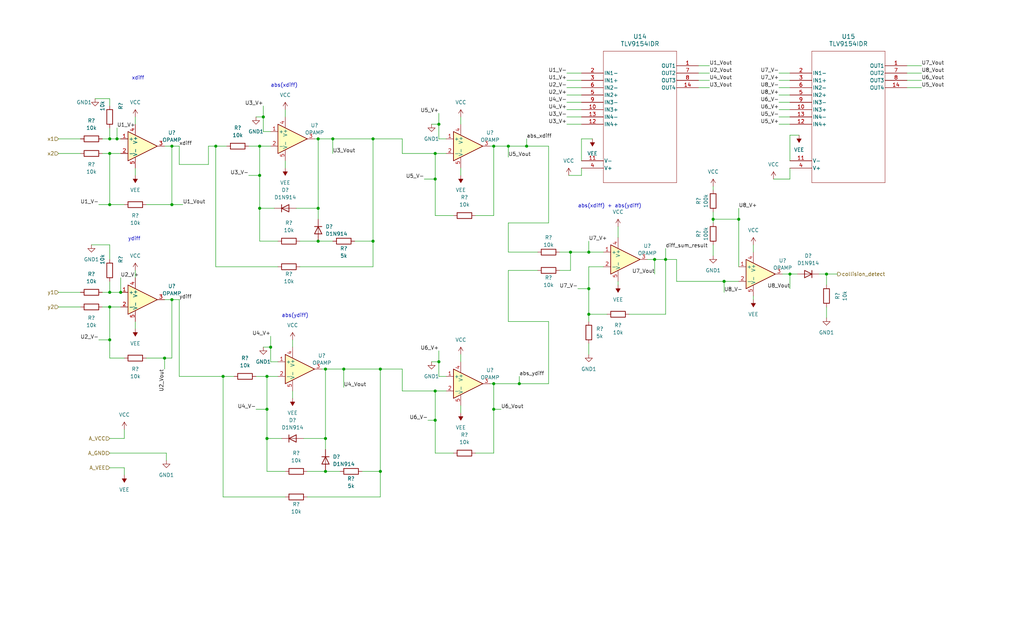
<source format=kicad_sch>
(kicad_sch (version 20230121) (generator eeschema)
  (paper "USLegal")
  (lib_symbols
    (symbol "Device:D" (pin_numbers hide) (pin_names (offset 1.016) hide)
      (property "Reference" "D" (at 0 2.54 0))
      (property "Value" "D" (at 0 -2.54 0))
      (symbol "D_0_1"
        (polyline (pts (xy -1.27 1.27) (xy -1.27 -1.27)) (stroke (width 0.254)))
        (polyline (pts (xy 1.27 0) (xy -1.27 0)))
        (polyline (pts (xy 1.27 1.27) (xy 1.27 -1.27) (xy -1.27 0) (xy 1.27 1.27)) (stroke (width 0.254)))
      )
      (symbol "D_1_1"
        (pin passive line (at -3.81 0 0) (length 2.54) (name "K") (number "1"))
        (pin passive line (at 3.81 0 180) (length 2.54) (name "A") (number "2"))
      )
    )
    (symbol "Device:R" (pin_numbers hide) (pin_names (offset 0))
      (property "Reference" "R" (at 2.032 0 90))
      (property "Value" "R" (at 0 0 90))
      (symbol "R_0_1"
        (rectangle (start -1.016 -2.54) (end 1.016 2.54) (stroke (width 0.254)))
      )
      (symbol "R_1_1"
        (pin passive line (at 0 3.81 270) (length 1.27) (name "~") (number "1"))
        (pin passive line (at 0 -3.81 90) (length 1.27) (name "~") (number "2"))
      )
    )
    (symbol "Simulation_SPICE:OPAMP" (pin_names (offset 0.254))
      (property "Reference" "U" (at 3.81 3.175 0))
      (property "Value" "OPAMP" (at 3.81 -3.175 0))
      (symbol "OPAMP_0_1"
        (polyline (pts (xy 5.08 0) (xy -5.08 5.08) (xy -5.08 -5.08) (xy 5.08 0)) (stroke (width 0.254)) (fill (type background)))
      )
      (symbol "OPAMP_1_1"
        (pin input line (at -7.62 2.54 0) (length 2.54) (name "+") (number "1"))
        (pin input line (at -7.62 -2.54 0) (length 2.54) (name "-") (number "2"))
        (pin output line (at 7.62 0 180) (length 2.54) (name "~") (number "3"))
        (pin power_in line (at -2.54 7.62 270) (length 3.81) (name "V+") (number "4"))
        (pin power_in line (at -2.54 -7.62 90) (length 3.81) (name "V-") (number "5"))
      )
    )
    (symbol "power:GND1" (power) (pin_names (offset 0))
      (property "Value" "GND1" (at 0 -3.81 0))
      (symbol "GND1_0_1"
        (polyline (pts (xy 0 0) (xy 0 -1.27) (xy 1.27 -1.27) (xy 0 -2.54) (xy -1.27 -1.27) (xy 0 -1.27)))
      )
      (symbol "GND1_1_1"
        (pin power_in line (at 0 0 270) (length 0) hide (name "GND1") (number "1"))
      )
    )
    (symbol "power:VCC" (power) (pin_names (offset 0))
      (property "Value" "VCC" (at 0 3.81 0))
      (symbol "VCC_0_1"
        (polyline (pts (xy -0.762 1.27) (xy 0 2.54)))
        (polyline (pts (xy 0 0) (xy 0 2.54)))
        (polyline (pts (xy 0 2.54) (xy 0.762 1.27)))
      )
      (symbol "VCC_1_1"
        (pin power_in line (at 0 0 90) (length 0) hide (name "VCC") (number "1"))
      )
    )
    (symbol "power:VEE" (power) (pin_names (offset 0))
      (property "Value" "VEE" (at 0 3.81 0))
      (symbol "VEE_0_1"
        (polyline (pts (xy 0 0) (xy 0 2.54)))
        (polyline (pts (xy 0.762 1.27) (xy -0.762 1.27) (xy 0 2.54) (xy 0.762 1.27)) (fill (type outline)))
      )
      (symbol "VEE_1_1"
        (pin power_in line (at 0 0 90) (length 0) hide (name "VEE") (number "1"))
      )
    )
    (symbol "switched-tag-symbol-lib:TLV9154IDR" (pin_names (offset 0.254))
      (property "Reference" "U" (at 20.32 12.7 0))
      (property "Value" "TLV9154IDR" (at 20.32 10.16 0))
      (symbol "TLV9154IDR_0_1"
        (polyline (pts (xy 7.62 -38.1) (xy 33.02 -38.1)) (stroke (width 0.127)))
        (polyline (pts (xy 7.62 7.62) (xy 7.62 -38.1)) (stroke (width 0.127)))
        (polyline (pts (xy 33.02 -38.1) (xy 33.02 7.62)) (stroke (width 0.127)))
        (polyline (pts (xy 33.02 7.62) (xy 7.62 7.62)) (stroke (width 0.127)))
        (pin output line (at 40.64 2.54 180) (length 7.62) (name "OUT1") (number "1"))
        (pin input line (at 0 -12.7 0) (length 7.62) (name "IN3+") (number "10"))
        (pin power_in line (at 0 -30.48 0) (length 7.62) (name "V-") (number "11"))
        (pin input line (at 0 -17.78 0) (length 7.62) (name "IN4+") (number "12"))
        (pin input line (at 0 -15.24 0) (length 7.62) (name "IN4-") (number "13"))
        (pin output line (at 40.64 -5.08 180) (length 7.62) (name "OUT4") (number "14"))
        (pin input line (at 0 0 0) (length 7.62) (name "IN1-") (number "2"))
        (pin input line (at 0 -2.54 0) (length 7.62) (name "IN1+") (number "3"))
        (pin power_in line (at 0 -33.02 0) (length 7.62) (name "V+") (number "4"))
        (pin input line (at 0 -7.62 0) (length 7.62) (name "IN2+") (number "5"))
        (pin input line (at 0 -5.08 0) (length 7.62) (name "IN2-") (number "6"))
        (pin output line (at 40.64 0 180) (length 7.62) (name "OUT2") (number "7"))
        (pin output line (at 40.64 -2.54 180) (length 7.62) (name "OUT3") (number "8"))
        (pin input line (at 0 -10.16 0) (length 7.62) (name "IN3-") (number "9"))
      )
    )
  )
  (junction (at 132.08 128.27))
  (junction (at 251.46 97.79))
  (junction (at 110.49 72.39))
  (junction (at 92.71 142.24))
  (junction (at 38.1 118.11))
  (junction (at 119.38 128.27))
  (junction (at 256.54 76.2))
  (junction (at 38.1 101.6))
  (junction (at 113.03 163.83))
  (junction (at 129.54 83.82))
  (junction (at 90.17 60.96))
  (junction (at 287.02 95.25))
  (junction (at 38.1 71.12))
  (junction (at 182.88 50.8))
  (junction (at 90.17 50.8))
  (junction (at 92.71 130.81))
  (junction (at 171.45 133.35))
  (junction (at 176.53 50.8))
  (junction (at 38.1 53.34))
  (junction (at 90.17 72.39))
  (junction (at 59.69 50.8))
  (junction (at 171.45 142.24))
  (junction (at 91.44 40.64))
  (junction (at 93.98 120.65))
  (junction (at 204.47 100.33))
  (junction (at 247.65 76.2))
  (junction (at 38.1 48.26))
  (junction (at 92.71 152.4))
  (junction (at 198.12 87.63))
  (junction (at 171.45 50.8))
  (junction (at 151.13 135.89))
  (junction (at 110.49 48.26))
  (junction (at 40.64 48.26))
  (junction (at 77.47 130.81))
  (junction (at 180.34 133.35))
  (junction (at 231.14 90.17))
  (junction (at 129.54 48.26))
  (junction (at 113.03 152.4))
  (junction (at 59.69 104.14))
  (junction (at 41.91 101.6))
  (junction (at 227.33 90.17))
  (junction (at 59.69 71.12))
  (junction (at 74.93 50.8))
  (junction (at 115.57 48.26))
  (junction (at 274.32 95.25))
  (junction (at 152.4 125.73))
  (junction (at 151.13 62.23))
  (junction (at 110.49 83.82))
  (junction (at 132.08 163.83))
  (junction (at 38.1 106.68))
  (junction (at 151.13 146.05))
  (junction (at 152.4 43.18))
  (junction (at 151.13 53.34))
  (junction (at 113.03 128.27))
  (junction (at 204.47 109.22))
  (junction (at 204.47 87.63))
  (junction (at 57.15 124.46))
  (wire (pts (xy 151.13 157.48) (xy 151.13 146.05)))
  (wire (pts (xy 20.32 48.26) (xy 27.94 48.26)))
  (wire (pts (xy 123.19 83.82) (xy 129.54 83.82)))
  (wire (pts (xy 180.34 133.35) (xy 190.5 133.35)))
  (wire (pts (xy 20.32 106.68) (xy 27.94 106.68)))
  (wire (pts (xy 57.15 104.14) (xy 59.69 104.14)))
  (wire (pts (xy 72.39 50.8) (xy 74.93 50.8)))
  (wire (pts (xy 287.02 95.25) (xy 290.83 95.25)))
  (wire (pts (xy 92.71 152.4) (xy 92.71 142.24)))
  (wire (pts (xy 274.32 46.99) (xy 277.495 46.99)))
  (wire (pts (xy 204.47 83.82) (xy 204.47 87.63)))
  (wire (pts (xy 43.18 124.46) (xy 38.1 124.46)))
  (wire (pts (xy 200.66 100.33) (xy 204.47 100.33)))
  (wire (pts (xy 152.4 130.81) (xy 154.94 130.81)))
  (wire (pts (xy 152.4 43.18) (xy 152.4 48.26)))
  (wire (pts (xy 171.45 133.35) (xy 171.45 142.24)))
  (wire (pts (xy 201.93 60.96) (xy 197.485 60.96)))
  (wire (pts (xy 171.45 50.8) (xy 176.53 50.8)))
  (wire (pts (xy 35.56 101.6) (xy 38.1 101.6)))
  (wire (pts (xy 139.7 48.26) (xy 129.54 48.26)))
  (wire (pts (xy 194.31 93.98) (xy 198.12 93.98)))
  (wire (pts (xy 74.93 50.8) (xy 78.74 50.8)))
  (wire (pts (xy 43.18 149.225) (xy 43.18 152.4)))
  (wire (pts (xy 110.49 48.26) (xy 110.49 72.39)))
  (wire (pts (xy 46.99 40.64) (xy 46.99 43.18)))
  (wire (pts (xy 35.56 48.26) (xy 38.1 48.26)))
  (wire (pts (xy 160.02 140.97) (xy 160.02 143.51)))
  (wire (pts (xy 247.65 64.77) (xy 247.65 66.04)))
  (wire (pts (xy 176.53 50.8) (xy 182.88 50.8)))
  (wire (pts (xy 234.95 97.79) (xy 234.95 90.17)))
  (wire (pts (xy 91.44 40.64) (xy 91.44 45.72)))
  (wire (pts (xy 314.96 27.94) (xy 320.04 27.94)))
  (wire (pts (xy 59.69 124.46) (xy 59.69 104.14)))
  (wire (pts (xy 176.53 93.98) (xy 186.69 93.98)))
  (wire (pts (xy 92.71 152.4) (xy 97.79 152.4)))
  (wire (pts (xy 110.49 72.39) (xy 110.49 76.2)))
  (wire (pts (xy 43.18 162.56) (xy 43.18 165.1)))
  (wire (pts (xy 151.13 62.23) (xy 151.13 53.34)))
  (wire (pts (xy 105.41 152.4) (xy 113.03 152.4)))
  (wire (pts (xy 50.8 71.12) (xy 59.69 71.12)))
  (wire (pts (xy 204.47 111.76) (xy 204.47 109.22)))
  (wire (pts (xy 314.96 25.4) (xy 320.04 25.4)))
  (wire (pts (xy 38.1 53.34) (xy 41.91 53.34)))
  (wire (pts (xy 59.69 71.12) (xy 63.5 71.12)))
  (wire (pts (xy 160.02 58.42) (xy 160.02 60.96)))
  (wire (pts (xy 57.15 50.8) (xy 59.69 50.8)))
  (wire (pts (xy 106.68 163.83) (xy 113.03 163.83)))
  (wire (pts (xy 247.65 76.2) (xy 256.54 76.2)))
  (wire (pts (xy 194.31 87.63) (xy 198.12 87.63)))
  (wire (pts (xy 190.5 111.76) (xy 176.53 111.76)))
  (wire (pts (xy 149.86 125.73) (xy 152.4 125.73)))
  (wire (pts (xy 41.91 96.52) (xy 41.91 101.6)))
  (wire (pts (xy 113.03 128.27) (xy 111.76 128.27)))
  (wire (pts (xy 242.57 30.48) (xy 246.38 30.48)))
  (wire (pts (xy 182.88 48.26) (xy 182.88 50.8)))
  (wire (pts (xy 160.02 123.19) (xy 160.02 125.73)))
  (wire (pts (xy 62.23 130.81) (xy 62.23 104.14)))
  (wire (pts (xy 139.7 135.89) (xy 139.7 128.27)))
  (wire (pts (xy 119.38 128.27) (xy 119.38 134.62)))
  (wire (pts (xy 214.63 78.74) (xy 214.63 82.55)))
  (wire (pts (xy 110.49 83.82) (xy 115.57 83.82)))
  (wire (pts (xy 270.51 33.02) (xy 274.32 33.02)))
  (wire (pts (xy 90.17 72.39) (xy 90.17 60.96)))
  (wire (pts (xy 62.23 50.8) (xy 62.23 57.15)))
  (wire (pts (xy 242.57 25.4) (xy 246.38 25.4)))
  (wire (pts (xy 50.8 124.46) (xy 57.15 124.46)))
  (wire (pts (xy 270.51 38.1) (xy 274.32 38.1)))
  (wire (pts (xy 35.56 106.68) (xy 38.1 106.68)))
  (wire (pts (xy 176.53 87.63) (xy 186.69 87.63)))
  (wire (pts (xy 196.85 33.02) (xy 201.93 33.02)))
  (wire (pts (xy 59.69 50.8) (xy 62.23 50.8)))
  (wire (pts (xy 132.08 163.83) (xy 132.08 172.72)))
  (wire (pts (xy 115.57 48.26) (xy 115.57 53.34)))
  (wire (pts (xy 129.54 48.26) (xy 129.54 83.82)))
  (wire (pts (xy 261.62 85.09) (xy 261.62 87.63)))
  (wire (pts (xy 148.59 146.05) (xy 151.13 146.05)))
  (wire (pts (xy 270.51 27.94) (xy 274.32 27.94)))
  (wire (pts (xy 38.1 48.26) (xy 38.1 44.45)))
  (wire (pts (xy 102.87 72.39) (xy 110.49 72.39)))
  (wire (pts (xy 227.33 90.17) (xy 231.14 90.17)))
  (wire (pts (xy 38.1 85.09) (xy 38.1 90.17)))
  (wire (pts (xy 196.85 27.94) (xy 201.93 27.94)))
  (wire (pts (xy 38.1 101.6) (xy 41.91 101.6)))
  (wire (pts (xy 247.65 85.09) (xy 247.65 88.9)))
  (wire (pts (xy 46.99 111.76) (xy 46.99 114.3)))
  (wire (pts (xy 57.15 124.46) (xy 59.69 124.46)))
  (wire (pts (xy 43.18 71.12) (xy 38.1 71.12)))
  (wire (pts (xy 256.54 92.71) (xy 256.54 76.2)))
  (wire (pts (xy 74.93 92.71) (xy 74.93 50.8)))
  (wire (pts (xy 139.7 53.34) (xy 139.7 48.26)))
  (wire (pts (xy 62.23 57.15) (xy 72.39 57.15)))
  (wire (pts (xy 99.06 172.72) (xy 77.47 172.72)))
  (wire (pts (xy 46.99 93.98) (xy 46.99 96.52)))
  (wire (pts (xy 38.1 36.83) (xy 38.1 34.29)))
  (wire (pts (xy 99.06 38.1) (xy 99.06 40.64)))
  (wire (pts (xy 270.51 35.56) (xy 274.32 35.56)))
  (wire (pts (xy 57.15 124.46) (xy 57.15 128.27)))
  (wire (pts (xy 171.45 133.35) (xy 170.18 133.35)))
  (wire (pts (xy 113.03 163.83) (xy 118.11 163.83)))
  (wire (pts (xy 96.52 83.82) (xy 90.17 83.82)))
  (wire (pts (xy 151.13 53.34) (xy 154.94 53.34)))
  (wire (pts (xy 251.46 97.79) (xy 234.95 97.79)))
  (wire (pts (xy 77.47 130.81) (xy 62.23 130.81)))
  (wire (pts (xy 38.1 162.56) (xy 43.18 162.56)))
  (wire (pts (xy 227.33 90.17) (xy 227.33 95.25)))
  (wire (pts (xy 314.96 30.48) (xy 320.04 30.48)))
  (wire (pts (xy 152.4 39.37) (xy 152.4 43.18)))
  (wire (pts (xy 38.1 101.6) (xy 38.1 97.79)))
  (wire (pts (xy 59.69 104.14) (xy 62.23 104.14)))
  (wire (pts (xy 38.1 118.11) (xy 38.1 124.46)))
  (wire (pts (xy 132.08 128.27) (xy 132.08 163.83)))
  (wire (pts (xy 38.1 152.4) (xy 43.18 152.4)))
  (wire (pts (xy 270.51 30.48) (xy 274.32 30.48)))
  (wire (pts (xy 104.14 92.71) (xy 129.54 92.71)))
  (wire (pts (xy 90.17 60.96) (xy 90.17 50.8)))
  (wire (pts (xy 247.65 76.2) (xy 247.65 77.47)))
  (wire (pts (xy 204.47 100.33) (xy 204.47 109.22)))
  (wire (pts (xy 38.1 157.48) (xy 57.785 157.48)))
  (wire (pts (xy 57.785 157.48) (xy 57.785 160.02)))
  (wire (pts (xy 91.44 45.72) (xy 93.98 45.72)))
  (wire (pts (xy 204.47 119.38) (xy 204.47 123.19)))
  (wire (pts (xy 119.38 128.27) (xy 132.08 128.27)))
  (wire (pts (xy 92.71 130.81) (xy 96.52 130.81)))
  (wire (pts (xy 93.98 120.65) (xy 93.98 125.73)))
  (wire (pts (xy 231.14 90.17) (xy 231.14 109.22)))
  (wire (pts (xy 201.93 48.26) (xy 201.93 55.88)))
  (wire (pts (xy 92.71 163.83) (xy 92.71 152.4)))
  (wire (pts (xy 176.53 77.47) (xy 176.53 87.63)))
  (wire (pts (xy 165.1 157.48) (xy 171.45 157.48)))
  (wire (pts (xy 38.1 85.09) (xy 31.75 85.09)))
  (wire (pts (xy 88.9 130.81) (xy 92.71 130.81)))
  (wire (pts (xy 176.53 93.98) (xy 176.53 111.76)))
  (wire (pts (xy 152.4 121.92) (xy 152.4 125.73)))
  (wire (pts (xy 99.06 55.88) (xy 99.06 58.42)))
  (wire (pts (xy 86.36 60.96) (xy 90.17 60.96)))
  (wire (pts (xy 110.49 48.26) (xy 115.57 48.26)))
  (wire (pts (xy 147.32 62.23) (xy 151.13 62.23)))
  (wire (pts (xy 99.06 163.83) (xy 92.71 163.83)))
  (wire (pts (xy 204.47 109.22) (xy 210.82 109.22)))
  (wire (pts (xy 242.57 27.94) (xy 246.38 27.94)))
  (wire (pts (xy 104.14 83.82) (xy 110.49 83.82)))
  (wire (pts (xy 152.4 125.73) (xy 152.4 130.81)))
  (wire (pts (xy 151.13 135.89) (xy 154.94 135.89)))
  (wire (pts (xy 261.62 102.87) (xy 261.62 104.14)))
  (wire (pts (xy 180.34 130.81) (xy 180.34 133.35)))
  (wire (pts (xy 35.56 53.34) (xy 38.1 53.34)))
  (wire (pts (xy 38.1 71.12) (xy 38.1 53.34)))
  (wire (pts (xy 231.14 86.36) (xy 231.14 90.17)))
  (wire (pts (xy 77.47 172.72) (xy 77.47 130.81)))
  (wire (pts (xy 287.02 106.68) (xy 287.02 110.49)))
  (wire (pts (xy 113.03 128.27) (xy 119.38 128.27)))
  (wire (pts (xy 198.12 87.63) (xy 204.47 87.63)))
  (wire (pts (xy 171.45 142.24) (xy 171.45 157.48)))
  (wire (pts (xy 93.98 116.84) (xy 93.98 120.65)))
  (wire (pts (xy 171.45 142.24) (xy 173.99 142.24)))
  (wire (pts (xy 151.13 146.05) (xy 151.13 135.89)))
  (wire (pts (xy 196.85 38.1) (xy 201.93 38.1)))
  (wire (pts (xy 40.64 44.45) (xy 40.64 48.26)))
  (wire (pts (xy 198.12 93.98) (xy 198.12 87.63)))
  (wire (pts (xy 242.57 22.86) (xy 246.38 22.86)))
  (wire (pts (xy 270.51 43.18) (xy 274.32 43.18)))
  (wire (pts (xy 190.5 50.8) (xy 190.5 77.47)))
  (wire (pts (xy 204.47 87.63) (xy 209.55 87.63)))
  (wire (pts (xy 190.5 133.35) (xy 190.5 111.76)))
  (wire (pts (xy 196.85 35.56) (xy 201.93 35.56)))
  (wire (pts (xy 182.88 50.8) (xy 190.5 50.8)))
  (wire (pts (xy 274.32 95.25) (xy 274.32 100.33)))
  (wire (pts (xy 274.32 95.25) (xy 276.86 95.25)))
  (wire (pts (xy 91.44 120.65) (xy 93.98 120.65)))
  (wire (pts (xy 214.63 97.79) (xy 214.63 99.06)))
  (wire (pts (xy 171.45 50.8) (xy 171.45 74.93)))
  (wire (pts (xy 96.52 92.71) (xy 74.93 92.71)))
  (wire (pts (xy 46.99 58.42) (xy 46.99 60.96)))
  (wire (pts (xy 256.54 72.39) (xy 256.54 76.2)))
  (wire (pts (xy 224.79 90.17) (xy 227.33 90.17)))
  (wire (pts (xy 129.54 83.82) (xy 129.54 92.71)))
  (wire (pts (xy 196.85 43.18) (xy 201.93 43.18)))
  (wire (pts (xy 171.45 50.8) (xy 170.18 50.8)))
  (wire (pts (xy 151.13 135.89) (xy 139.7 135.89)))
  (wire (pts (xy 176.53 50.8) (xy 176.53 54.61)))
  (wire (pts (xy 165.1 74.93) (xy 171.45 74.93)))
  (wire (pts (xy 274.32 55.88) (xy 274.32 46.99)))
  (wire (pts (xy 201.93 58.42) (xy 201.93 60.96)))
  (wire (pts (xy 151.13 157.48) (xy 157.48 157.48)))
  (wire (pts (xy 106.68 172.72) (xy 132.08 172.72)))
  (wire (pts (xy 38.1 106.68) (xy 38.1 118.11)))
  (wire (pts (xy 38.1 106.68) (xy 41.91 106.68)))
  (wire (pts (xy 115.57 48.26) (xy 129.54 48.26)))
  (wire (pts (xy 251.46 97.79) (xy 251.46 101.6)))
  (wire (pts (xy 34.29 118.11) (xy 38.1 118.11)))
  (wire (pts (xy 149.86 43.18) (xy 152.4 43.18)))
  (wire (pts (xy 33.02 34.29) (xy 38.1 34.29)))
  (wire (pts (xy 274.32 62.23) (xy 268.605 62.23)))
  (wire (pts (xy 88.9 142.24) (xy 92.71 142.24)))
  (wire (pts (xy 151.13 53.34) (xy 139.7 53.34)))
  (wire (pts (xy 20.32 53.34) (xy 27.94 53.34)))
  (wire (pts (xy 38.1 48.26) (xy 40.64 48.26)))
  (wire (pts (xy 86.36 50.8) (xy 90.17 50.8)))
  (wire (pts (xy 20.32 101.6) (xy 27.94 101.6)))
  (wire (pts (xy 110.49 48.26) (xy 109.22 48.26)))
  (wire (pts (xy 72.39 57.15) (xy 72.39 50.8)))
  (wire (pts (xy 190.5 77.47) (xy 176.53 77.47)))
  (wire (pts (xy 287.02 95.25) (xy 287.02 99.06)))
  (wire (pts (xy 139.7 128.27) (xy 132.08 128.27)))
  (wire (pts (xy 88.9 40.64) (xy 91.44 40.64)))
  (wire (pts (xy 40.64 48.26) (xy 41.91 48.26)))
  (wire (pts (xy 274.32 58.42) (xy 274.32 62.23)))
  (wire (pts (xy 101.6 118.11) (xy 101.6 120.65)))
  (wire (pts (xy 151.13 74.93) (xy 151.13 62.23)))
  (wire (pts (xy 205.74 48.26) (xy 201.93 48.26)))
  (wire (pts (xy 171.45 133.35) (xy 180.34 133.35)))
  (wire (pts (xy 91.44 36.83) (xy 91.44 40.64)))
  (wire (pts (xy 247.65 73.66) (xy 247.65 76.2)))
  (wire (pts (xy 270.51 25.4) (xy 274.32 25.4)))
  (wire (pts (xy 270.51 40.64) (xy 274.32 40.64)))
  (wire (pts (xy 92.71 142.24) (xy 92.71 130.81)))
  (wire (pts (xy 90.17 83.82) (xy 90.17 72.39)))
  (wire (pts (xy 160.02 40.64) (xy 160.02 43.18)))
  (wire (pts (xy 113.03 128.27) (xy 113.03 152.4)))
  (wire (pts (xy 152.4 48.26) (xy 154.94 48.26)))
  (wire (pts (xy 90.17 50.8) (xy 93.98 50.8)))
  (wire (pts (xy 77.47 130.81) (xy 81.28 130.81)))
  (wire (pts (xy 204.47 92.71) (xy 204.47 100.33)))
  (wire (pts (xy 34.29 71.12) (xy 38.1 71.12)))
  (wire (pts (xy 151.13 74.93) (xy 157.48 74.93)))
  (wire (pts (xy 90.17 72.39) (xy 95.25 72.39)))
  (wire (pts (xy 196.85 40.64) (xy 201.93 40.64)))
  (wire (pts (xy 284.48 95.25) (xy 287.02 95.25)))
  (wire (pts (xy 196.85 25.4) (xy 201.93 25.4)))
  (wire (pts (xy 59.69 71.12) (xy 59.69 50.8)))
  (wire (pts (xy 93.98 125.73) (xy 96.52 125.73)))
  (wire (pts (xy 113.03 152.4) (xy 113.03 156.21)))
  (wire (pts (xy 196.85 30.48) (xy 201.93 30.48)))
  (wire (pts (xy 231.14 90.17) (xy 234.95 90.17)))
  (wire (pts (xy 256.54 97.79) (xy 251.46 97.79)))
  (wire (pts (xy 231.14 109.22) (xy 218.44 109.22)))
  (wire (pts (xy 125.73 163.83) (xy 132.08 163.83)))
  (wire (pts (xy 209.55 92.71) (xy 204.47 92.71)))
  (wire (pts (xy 314.96 22.86) (xy 320.04 22.86)))
  (wire (pts (xy 101.6 135.89) (xy 101.6 138.43)))
  (wire (pts (xy 271.78 95.25) (xy 274.32 95.25)))
  (text "xdiff" (at 45.72 27.94 0) (effects (font (size 1.27 1.27)) (justify left bottom)))
  (text "ydiff" (at 44.45 83.82 0) (effects (font (size 1.27 1.27)) (justify left bottom)))
  (text "abs(xdiff) + abs(ydiff)" (at 200.66 72.39 0) (effects (font (size 1.27 1.27)) (justify left bottom)))
  (text "abs(xdiff)\n" (at 93.98 30.48 0) (effects (font (size 1.27 1.27)) (justify left bottom)))
  (text "abs(ydiff)\n" (at 97.79 110.49 0) (effects (font (size 1.27 1.27)) (justify left bottom)))
  (label "U7_V-" (at 270.51 25.4 180))
  (label "U8_V+" (at 256.54 72.39 0))
  (label "U3_V-" (at 86.36 60.96 180))
  (label "U8_V-" (at 251.46 101.6 0))
  (label "U4_V+" (at 93.98 116.84 180))
  (label "U1_Vout" (at 63.5 71.12 0))
  (label "U8_Vout" (at 320.04 25.4 0))
  (label "xdiff" (at 62.23 50.8 0))
  (label "U5_Vout" (at 176.53 54.61 0))
  (label "U6_V-" (at 270.51 35.56 180))
  (label "U6_V-" (at 148.59 146.05 180))
  (label "U3_V-" (at 196.85 40.64 180))
  (label "U3_V+" (at 196.85 43.18 180))
  (label "U5_V+" (at 152.4 39.37 180))
  (label "U1_V+" (at 196.85 27.94 180))
  (label "U2_V+" (at 41.91 96.52 0))
  (label "U8_V+" (at 270.51 33.02 180))
  (label "U3_Vout" (at 246.38 30.48 0))
  (label "U7_V+" (at 270.51 27.94 180))
  (label "U5_V+" (at 270.51 43.18 180))
  (label "U1_V+" (at 40.64 44.45 0))
  (label "U2_Vout" (at 57.15 128.27 270))
  (label "U7_V-" (at 200.66 100.33 180))
  (label "U7_V+" (at 204.47 83.82 0))
  (label "U2_Vout" (at 246.38 25.4 0))
  (label "ydiff" (at 62.23 104.14 0))
  (label "U5_Vout" (at 320.04 30.48 0))
  (label "U7_Vout" (at 227.33 95.25 180))
  (label "diff_sum_result" (at 231.14 86.36 0))
  (label "U6_V+" (at 270.51 38.1 180))
  (label "U3_V+" (at 91.44 36.83 180))
  (label "U1_V-" (at 34.29 71.12 180))
  (label "U6_V+" (at 152.4 121.92 180))
  (label "U6_Vout" (at 320.04 27.94 0))
  (label "U5_V-" (at 270.51 40.64 180))
  (label "U6_Vout" (at 173.99 142.24 0))
  (label "U4_Vout" (at 246.38 27.94 0))
  (label "U5_V-" (at 147.32 62.23 180))
  (label "U4_V+" (at 196.85 38.1 180))
  (label "U4_Vout" (at 119.38 134.62 0))
  (label "U2_V+" (at 196.85 33.02 180))
  (label "U8_Vout" (at 274.32 100.33 180))
  (label "U8_V-" (at 270.51 30.48 180))
  (label "U4_V-" (at 196.85 35.56 180))
  (label "U2_V-" (at 196.85 30.48 180))
  (label "U2_V-" (at 34.29 118.11 180))
  (label "U3_Vout" (at 115.57 53.34 0))
  (label "abs_xdiff" (at 182.88 48.26 0))
  (label "U7_Vout" (at 320.04 22.86 0))
  (label "abs_ydiff" (at 180.34 130.81 0))
  (label "U1_Vout" (at 246.38 22.86 0))
  (label "U4_V-" (at 88.9 142.24 180))
  (label "U1_V-" (at 196.85 25.4 180))
  (hierarchical_label "A_VEE" (shape input) (at 38.1 162.56 180))
  (hierarchical_label "x2" (shape input) (at 20.32 53.34 180))
  (hierarchical_label "A_VCC" (shape input) (at 38.1 152.4 180))
  (hierarchical_label "A_GND" (shape input) (at 38.1 157.48 180))
  (hierarchical_label "x1" (shape input) (at 20.32 48.26 180))
  (hierarchical_label "collision_detect" (shape output) (at 290.83 95.25 0))
  (hierarchical_label "y2" (shape input) (at 20.32 106.68 180))
  (hierarchical_label "y1" (shape input) (at 20.32 101.6 180))
  (symbol (lib_id "power:VEE") (at 101.6 138.43 180) (unit 1)
    (property "Reference" "#PWR?" (effects hide))
    (property "Value" "VEE" (at 101.6 143.51 0))
    (instances (project "" (path "" (reference "#PWR?") (unit 1))) (project "switched-tag-circuit-kicad" (path "" (reference "#PWR031") (unit 1))))
  )
  (symbol (lib_id "Device:R") (at 214.63 109.22 90) (unit 1)
    (property "Reference" "R?" (at 214.63 113.03 90))
    (property "Value" "10k" (at 214.63 115.57 90))
    (property "Footprint" "Resistor_SMD:R_0603_1608Metric" (effects hide))
    (instances (project "" (path "" (reference "R?") (unit 1))) (project "switched-tag-circuit-kicad" (path "" (reference "R22") (unit 1))))
  )
  (symbol (lib_id "Device:R") (at 119.38 83.82 270) (unit 1)
    (property "Reference" "R?" (at 119.38 86.36 90))
    (property "Value" "5k" (at 119.38 88.9 90))
    (property "Footprint" "Resistor_SMD:R_0603_1608Metric" (effects hide))
    (instances (project "" (path "" (reference "R?") (unit 1))) (project "switched-tag-circuit-kicad" (path "" (reference "R15") (unit 1))))
  )
  (symbol (lib_id "power:VCC") (at 46.99 40.64 0) (unit 1)
    (property "Reference" "#PWR?" (effects hide))
    (property "Value" "VCC" (at 46.99 35.56 0))
    (instances (project "" (path "" (reference "#PWR?") (unit 1))) (project "switched-tag-circuit-kicad" (path "" (reference "#PWR020") (unit 1))))
  )
  (symbol (lib_id "Simulation_SPICE:OPAMP") (at 162.56 50.8 0) (unit 1) (in_bom no) (on_board no)
    (property "Reference" "U?" (at 170.18 46.101 0))
    (property "Value" "OPAMP" (at 170.18 48.641 0))
    (property "Sim.Device" "SUBCKT" (effects hide))
    (property "Sim.Pins" "1=1 2=2 3=28 4=99 5=50" (effects hide))
    (property "Sim.Library" "${SPICE_MODEL_DIR_REL}/Lm358.lib" (effects hide))
    (property "Sim.Name" "LM358/NS" (effects hide))
    (instances (project "" (path "" (reference "U?") (unit 1))) (project "switched-tag-circuit-kicad" (path "" (reference "U5") (unit 1))))
  )
  (symbol (lib_id "Device:R") (at 102.87 172.72 90) (unit 1)
    (property "Reference" "R?" (at 102.87 175.26 90))
    (property "Value" "10k" (at 102.87 177.8 90))
    (property "Footprint" "Resistor_SMD:R_0603_1608Metric" (effects hide))
    (instances (project "" (path "" (reference "R?") (unit 1))) (project "switched-tag-circuit-kicad" (path "" (reference "R14") (unit 1))))
  )
  (symbol (lib_id "Device:R") (at 190.5 93.98 90) (unit 1)
    (property "Reference" "R?" (at 190.5 96.52 90))
    (property "Value" "10k" (at 190.5 99.06 90))
    (property "Footprint" "Resistor_SMD:R_0603_1608Metric" (effects hide))
    (instances (project "" (path "" (reference "R?") (unit 1))) (project "switched-tag-circuit-kicad" (path "" (reference "R20") (unit 1))))
  )
  (symbol (lib_id "Simulation_SPICE:OPAMP") (at 217.17 90.17 0) (unit 1) (in_bom no) (on_board no)
    (property "Reference" "U?" (at 224.79 85.471 0))
    (property "Value" "OPAMP" (at 224.79 88.011 0))
    (property "Sim.Device" "SUBCKT" (effects hide))
    (property "Sim.Pins" "1=1 2=2 3=28 4=99 5=50" (effects hide))
    (property "Sim.Library" "${SPICE_MODEL_DIR_REL}/Lm358.lib" (effects hide))
    (property "Sim.Name" "LM358/NS" (effects hide))
    (instances (project "" (path "" (reference "U?") (unit 1))) (project "switched-tag-circuit-kicad" (path "" (reference "U7") (unit 1))))
  )
  (symbol (lib_id "power:VCC") (at 99.06 38.1 0) (unit 1)
    (property "Reference" "#PWR?" (effects hide))
    (property "Value" "VCC" (at 99.06 33.02 0))
    (instances (project "" (path "" (reference "#PWR?") (unit 1))) (project "switched-tag-circuit-kicad" (path "" (reference "#PWR028") (unit 1))))
  )
  (symbol (lib_id "Simulation_SPICE:OPAMP") (at 101.6 48.26 0) (unit 1) (in_bom no) (on_board no)
    (property "Reference" "U?" (at 109.22 43.561 0))
    (property "Value" "OPAMP" (at 109.22 46.101 0))
    (property "Sim.Device" "SUBCKT" (effects hide))
    (property "Sim.Pins" "1=1 2=2 3=28 4=99 5=50" (effects hide))
    (property "Sim.Library" "${SPICE_MODEL_DIR_REL}/Lm358.lib" (effects hide))
    (property "Sim.Name" "LM358/NS" (effects hide))
    (instances (project "" (path "" (reference "U?") (unit 1))) (project "switched-tag-circuit-kicad" (path "" (reference "U3") (unit 1))))
  )
  (symbol (lib_id "power:GND1") (at 149.86 43.18 0) (unit 1)
    (property "Reference" "#PWR?" (effects hide))
    (property "Value" "GND1" (at 149.86 48.26 0))
    (instances (project "" (path "" (reference "#PWR?") (unit 1))) (project "switched-tag-circuit-kicad" (path "" (reference "#PWR032") (unit 1))))
  )
  (symbol (lib_id "Simulation_SPICE:OPAMP") (at 104.14 128.27 0) (unit 1) (in_bom no) (on_board no)
    (property "Reference" "U?" (at 111.76 123.571 0))
    (property "Value" "OPAMP" (at 111.76 126.111 0))
    (property "Sim.Device" "SUBCKT" (effects hide))
    (property "Sim.Pins" "1=1 2=2 3=28 4=99 5=50" (effects hide))
    (property "Sim.Library" "${SPICE_MODEL_DIR_REL}/Lm358.lib" (effects hide))
    (property "Sim.Name" "LM358/NS" (effects hide))
    (instances (project "" (path "" (reference "U?") (unit 1))) (project "switched-tag-circuit-kicad" (path "" (reference "U4") (unit 1))))
  )
  (symbol (lib_id "power:VEE") (at 160.02 143.51 180) (unit 1)
    (property "Reference" "#PWR?" (effects hide))
    (property "Value" "VEE" (at 160.02 148.59 0))
    (instances (project "" (path "" (reference "#PWR?") (unit 1))) (project "switched-tag-circuit-kicad" (path "" (reference "#PWR037") (unit 1))))
  )
  (symbol (lib_id "power:VEE") (at 46.99 114.3 180) (unit 1)
    (property "Reference" "#PWR?" (effects hide))
    (property "Value" "VEE" (at 46.99 119.38 0))
    (instances (project "" (path "" (reference "#PWR?") (unit 1))) (project "switched-tag-circuit-kicad" (path "" (reference "#PWR023") (unit 1))))
  )
  (symbol (lib_id "Simulation_SPICE:OPAMP") (at 49.53 104.14 0) (unit 1) (in_bom no) (on_board no)
    (property "Reference" "U?" (at 59.69 99.441 0))
    (property "Value" "OPAMP" (at 59.69 101.981 0))
    (property "Sim.Device" "SUBCKT" (effects hide))
    (property "Sim.Pins" "1=1 2=2 3=28 4=99 5=50" (effects hide))
    (property "Sim.Library" "${SPICE_MODEL_DIR_REL}/Lm358.lib" (effects hide))
    (property "Sim.Name" "LM358/NS" (effects hide))
    (instances (project "" (path "" (reference "U?") (unit 1))) (project "switched-tag-circuit-kicad" (path "" (reference "U2") (unit 1))))
  )
  (symbol (lib_id "power:VCC") (at 160.02 123.19 0) (unit 1)
    (property "Reference" "#PWR?" (effects hide))
    (property "Value" "VCC" (at 160.02 118.11 0))
    (instances (project "" (path "" (reference "#PWR?") (unit 1))) (project "switched-tag-circuit-kicad" (path "" (reference "#PWR036") (unit 1))))
  )
  (symbol (lib_id "power:GND1") (at 31.75 85.09 0) (unit 1)
    (property "Reference" "#PWR?" (effects hide))
    (property "Value" "GND1" (at 31.75 90.17 0))
    (instances (project "" (path "" (reference "#PWR?") (unit 1))) (project "switched-tag-circuit-kicad" (path "" (reference "#PWR068") (unit 1))))
  )
  (symbol (lib_id "power:VCC") (at 214.63 78.74 0) (unit 1)
    (property "Reference" "#PWR?" (effects hide))
    (property "Value" "VCC" (at 214.63 73.66 0))
    (instances (project "" (path "" (reference "#PWR?") (unit 1))) (project "switched-tag-circuit-kicad" (path "" (reference "#PWR039") (unit 1))))
  )
  (symbol (lib_id "power:VCC") (at 43.18 149.225 0) (unit 1)
    (property "Reference" "#PWR?" (effects hide))
    (property "Value" "VCC" (at 43.18 144.145 0))
    (instances (project "" (path "" (reference "#PWR?") (unit 1))) (project "switched-tag-circuit-kicad" (path "" (reference "#PWR024") (unit 1))))
  )
  (symbol (lib_id "Device:R") (at 46.99 71.12 90) (unit 1)
    (property "Reference" "R?" (at 46.99 74.93 90))
    (property "Value" "10k" (at 46.99 77.47 90))
    (property "Footprint" "Resistor_SMD:R_0603_1608Metric" (effects hide))
    (instances (project "" (path "" (reference "R?") (unit 1))) (project "switched-tag-circuit-kicad" (path "" (reference "R7") (unit 1))))
  )
  (symbol (lib_id "power:VEE") (at 160.02 60.96 180) (unit 1)
    (property "Reference" "#PWR?" (effects hide))
    (property "Value" "VEE" (at 160.02 66.04 0))
    (instances (project "" (path "" (reference "#PWR?") (unit 1))) (project "switched-tag-circuit-kicad" (path "" (reference "#PWR035") (unit 1))))
  )
  (symbol (lib_id "power:VEE") (at 205.74 48.26 180) (unit 1)
    (property "Reference" "#PWR?" (effects hide))
    (property "Value" "VEE" (at 205.74 53.34 0))
    (instances (project "" (path "" (reference "#PWR?") (unit 1))) (project "switched-tag-circuit-kicad" (path "" (reference "#PWR070") (unit 1))))
  )
  (symbol (lib_id "power:GND1") (at 204.47 123.19 0) (unit 1)
    (property "Reference" "#PWR?" (effects hide))
    (property "Value" "GND1" (at 204.47 128.27 0))
    (instances (project "" (path "" (reference "#PWR?") (unit 1))) (project "switched-tag-circuit-kicad" (path "" (reference "#PWR038") (unit 1))))
  )
  (symbol (lib_id "Device:R") (at 46.99 124.46 90) (unit 1)
    (property "Reference" "R?" (at 46.99 128.27 90))
    (property "Value" "10k" (at 46.99 130.81 90))
    (property "Footprint" "Resistor_SMD:R_0603_1608Metric" (effects hide))
    (instances (project "" (path "" (reference "R?") (unit 1))) (project "switched-tag-circuit-kicad" (path "" (reference "R8") (unit 1))))
  )
  (symbol (lib_id "power:VCC") (at 247.65 64.77 0) (unit 1)
    (property "Reference" "#PWR?" (effects hide))
    (property "Value" "VCC" (at 247.65 59.69 0))
    (instances (project "" (path "" (reference "#PWR?") (unit 1))) (project "switched-tag-circuit-kicad" (path "" (reference "#PWR041") (unit 1))))
  )
  (symbol (lib_id "Device:R") (at 100.33 92.71 90) (unit 1)
    (property "Reference" "R?" (at 100.33 95.25 90))
    (property "Value" "10k" (at 100.33 97.79 90))
    (property "Footprint" "Resistor_SMD:R_0603_1608Metric" (effects hide))
    (instances (project "" (path "" (reference "R?") (unit 1))) (project "switched-tag-circuit-kicad" (path "" (reference "R12") (unit 1))))
  )
  (symbol (lib_id "power:VCC") (at 101.6 118.11 0) (unit 1)
    (property "Reference" "#PWR?" (effects hide))
    (property "Value" "VCC" (at 101.6 113.03 0))
    (instances (project "" (path "" (reference "#PWR?") (unit 1))) (project "switched-tag-circuit-kicad" (path "" (reference "#PWR030") (unit 1))))
  )
  (symbol (lib_id "Device:R") (at 121.92 163.83 270) (unit 1)
    (property "Reference" "R?" (at 121.92 166.37 90))
    (property "Value" "5k" (at 121.92 168.91 90))
    (property "Footprint" "Resistor_SMD:R_0603_1608Metric" (effects hide))
    (instances (project "" (path "" (reference "R?") (unit 1))) (project "switched-tag-circuit-kicad" (path "" (reference "R16") (unit 1))))
  )
  (symbol (lib_id "Device:R") (at 100.33 83.82 90) (unit 1)
    (property "Reference" "R?" (at 100.33 77.47 90))
    (property "Value" "10k" (at 100.33 80.01 90))
    (property "Footprint" "Resistor_SMD:R_0603_1608Metric" (effects hide))
    (instances (project "" (path "" (reference "R?") (unit 1))) (project "switched-tag-circuit-kicad" (path "" (reference "R11") (unit 1))))
  )
  (symbol (lib_id "power:VEE") (at 43.18 165.1 180) (unit 1)
    (property "Reference" "#PWR?" (effects hide))
    (property "Value" "VEE" (at 43.18 170.18 0))
    (instances (project "" (path "" (reference "#PWR?") (unit 1))) (project "switched-tag-circuit-kicad" (path "" (reference "#PWR025") (unit 1))))
  )
  (symbol (lib_id "Device:R") (at 247.65 81.28 180) (unit 1)
    (property "Reference" "R?" (at 242.57 81.28 90))
    (property "Value" "100k" (at 245.11 81.28 90))
    (property "Footprint" "Resistor_SMD:R_0603_1608Metric" (effects hide))
    (instances (project "" (path "" (reference "R?") (unit 1))) (project "switched-tag-circuit-kicad" (path "" (reference "R24") (unit 1))))
  )
  (symbol (lib_id "Device:R") (at 161.29 157.48 90) (unit 1)
    (property "Reference" "R?" (at 161.29 151.13 90))
    (property "Value" "10k" (at 161.29 153.67 90))
    (property "Footprint" "Resistor_SMD:R_0603_1608Metric" (effects hide))
    (instances (project "" (path "" (reference "R?") (unit 1))) (project "switched-tag-circuit-kicad" (path "" (reference "R18") (unit 1))))
  )
  (symbol (lib_id "Simulation_SPICE:OPAMP") (at 49.53 50.8 0) (unit 1) (in_bom no) (on_board no)
    (property "Reference" "U?" (at 59.69 46.101 0))
    (property "Value" "OPAMP" (at 59.69 48.641 0))
    (property "Sim.Device" "SUBCKT" (effects hide))
    (property "Sim.Pins" "1=1 2=2 3=28 4=99 5=50" (effects hide))
    (property "Sim.Library" "${SPICE_MODEL_DIR_REL}/Lm358.lib" (effects hide))
    (property "Sim.Name" "LM358/NS" (effects hide))
    (instances (project "" (path "" (reference "U?") (unit 1))) (project "switched-tag-circuit-kicad" (path "" (reference "U1") (unit 1))))
  )
  (symbol (lib_id "power:VCC") (at 197.485 60.96 0) (unit 1)
    (property "Reference" "#PWR?" (effects hide))
    (property "Value" "VCC" (at 197.485 55.88 0))
    (instances (project "" (path "" (reference "#PWR?") (unit 1))) (project "switched-tag-circuit-kicad" (path "" (reference "#PWR069") (unit 1))))
  )
  (symbol (lib_id "Device:D") (at 110.49 80.01 270) (unit 1)
    (property "Reference" "D?" (at 113.03 78.74 90) (effects (justify left)))
    (property "Value" "D1N914" (at 113.03 81.28 90) (effects (justify left)))
    (property "Footprint" "Diode_SMD:D_0603_1608Metric" (effects hide))
    (property "Datasheet" "1n914" (effects hide))
    (property "Sim.Library" "${SPICE_MODEL_DIR_REL}/1N914.lib" (effects hide))
    (property "Sim.Name" "D1N914" (effects hide))
    (property "Sim.Pins" "2=1 1=2" (effects hide))
    (instances (project "" (path "" (reference "D?") (unit 1))) (project "switched-tag-circuit-kicad" (path "" (reference "D?") (unit 1)) (path "" (reference "D3") (unit 1))))
  )
  (symbol (lib_id "Simulation_SPICE:OPAMP") (at 264.16 95.25 0) (unit 1) (in_bom no) (on_board no)
    (property "Reference" "U?" (at 271.78 90.551 0))
    (property "Value" "OPAMP" (at 271.78 93.091 0))
    (property "Sim.Device" "SUBCKT" (effects hide))
    (property "Sim.Pins" "1=1 2=2 3=28 4=99 5=50" (effects hide))
    (property "Sim.Library" "${SPICE_MODEL_DIR_REL}/Lm358.lib" (effects hide))
    (property "Sim.Name" "LM358/NS" (effects hide))
    (instances (project "" (path "" (reference "U?") (unit 1))) (project "switched-tag-circuit-kicad" (path "" (reference "U8") (unit 1))))
  )
  (symbol (lib_id "Device:R") (at 161.29 74.93 90) (unit 1)
    (property "Reference" "R?" (at 161.29 68.58 90))
    (property "Value" "10k" (at 161.29 71.12 90))
    (property "Footprint" "Resistor_SMD:R_0603_1608Metric" (effects hide))
    (instances (project "" (path "" (reference "R?") (unit 1))) (project "switched-tag-circuit-kicad" (path "" (reference "R17") (unit 1))))
  )
  (symbol (lib_id "Device:R") (at 38.1 93.98 0) (unit 1)
    (property "Reference" "R?" (at 41.91 90.17 90))
    (property "Value" "10k" (at 35.56 90.17 90))
    (property "Footprint" "Resistor_SMD:R_0603_1608Metric" (effects hide))
    (instances (project "" (path "" (reference "R?") (unit 1))) (project "switched-tag-circuit-kicad" (path "" (reference "R6") (unit 1))))
  )
  (symbol (lib_id "Device:R") (at 82.55 50.8 90) (unit 1)
    (property "Reference" "R?" (at 82.55 44.45 90))
    (property "Value" "10k" (at 82.55 46.99 90))
    (property "Footprint" "Resistor_SMD:R_0603_1608Metric" (effects hide))
    (instances (project "" (path "" (reference "R?") (unit 1))) (project "switched-tag-circuit-kicad" (path "" (reference "R9") (unit 1))))
  )
  (symbol (lib_id "Device:R") (at 31.75 48.26 90) (unit 1)
    (property "Reference" "R?" (at 31.75 41.91 90))
    (property "Value" "10k" (at 31.75 44.45 90))
    (property "Footprint" "Resistor_SMD:R_0603_1608Metric" (effects hide))
    (instances (project "" (path "" (reference "R?") (unit 1))) (project "switched-tag-circuit-kicad" (path "" (reference "R1") (unit 1))))
  )
  (symbol (lib_id "switched-tag-symbol-lib:TLV9154IDR") (at 201.93 25.4 0) (unit 1)
    (property "Reference" "U14" (at 222.25 12.7 0) (effects (font (size 1.524 1.524))))
    (property "Value" "TLV9154IDR" (at 222.25 15.24 0) (effects (font (size 1.524 1.524))))
    (property "Footprint" "switched-tag-footprint-lib:SOIC_9154IDR_TEX" (effects hide))
    (property "Datasheet" "TLV9154IDR" (effects hide))
    (property "Sim.Enable" "0" (effects hide))
  )
  (symbol (lib_id "Device:R") (at 31.75 53.34 90) (unit 1)
    (property "Reference" "R?" (at 31.75 57.15 90))
    (property "Value" "10k" (at 31.75 59.69 90))
    (property "Footprint" "Resistor_SMD:R_0603_1608Metric" (effects hide))
    (instances (project "" (path "" (reference "R?") (unit 1))) (project "switched-tag-circuit-kicad" (path "" (reference "R2") (unit 1))))
  )
  (symbol (lib_id "power:GND1") (at 149.86 125.73 0) (unit 1)
    (property "Reference" "#PWR?" (effects hide))
    (property "Value" "GND1" (at 149.86 130.81 0))
    (instances (project "" (path "" (reference "#PWR?") (unit 1))) (project "switched-tag-circuit-kicad" (path "" (reference "#PWR033") (unit 1))))
  )
  (symbol (lib_id "power:VEE") (at 46.99 60.96 180) (unit 1)
    (property "Reference" "#PWR?" (effects hide))
    (property "Value" "VEE" (at 46.99 66.04 0))
    (instances (project "" (path "" (reference "#PWR?") (unit 1))) (project "switched-tag-circuit-kicad" (path "" (reference "#PWR021") (unit 1))))
  )
  (symbol (lib_id "power:GND1") (at 247.65 88.9 0) (unit 1)
    (property "Reference" "#PWR?" (effects hide))
    (property "Value" "GND1" (at 247.65 93.98 0))
    (instances (project "" (path "" (reference "#PWR?") (unit 1))) (project "switched-tag-circuit-kicad" (path "" (reference "#PWR042") (unit 1))))
  )
  (symbol (lib_id "power:VEE") (at 214.63 99.06 180) (unit 1)
    (property "Reference" "#PWR?" (effects hide))
    (property "Value" "VEE" (at 214.63 104.14 0))
    (instances (project "" (path "" (reference "#PWR?") (unit 1))) (project "switched-tag-circuit-kicad" (path "" (reference "#PWR040") (unit 1))))
  )
  (symbol (lib_id "power:GND1") (at 57.785 160.02 0) (unit 1)
    (property "Reference" "#PWR?" (effects hide))
    (property "Value" "GND1" (at 57.785 165.1 0))
    (instances (project "" (path "" (reference "#PWR?") (unit 1))) (project "switched-tag-circuit-kicad" (path "" (reference "#PWR019") (unit 1))))
  )
  (symbol (lib_id "power:VEE") (at 277.495 46.99 180) (unit 1)
    (property "Reference" "#PWR?" (effects hide))
    (property "Value" "VEE" (at 277.495 52.07 0))
    (instances (project "" (path "" (reference "#PWR?") (unit 1))) (project "switched-tag-circuit-kicad" (path "" (reference "#PWR072") (unit 1))))
  )
  (symbol (lib_id "Device:R") (at 85.09 130.81 90) (unit 1)
    (property "Reference" "R?" (at 85.09 124.46 90))
    (property "Value" "10k" (at 85.09 127 90))
    (property "Footprint" "Resistor_SMD:R_0603_1608Metric" (effects hide))
    (instances (project "" (path "" (reference "R?") (unit 1))) (project "switched-tag-circuit-kicad" (path "" (reference "R10") (unit 1))))
  )
  (symbol (lib_id "Device:D") (at 113.03 160.02 270) (unit 1)
    (property "Reference" "D?" (at 115.57 158.75 90) (effects (justify left)))
    (property "Value" "D1N914" (at 115.57 161.29 90) (effects (justify left)))
    (property "Footprint" "Diode_SMD:D_0603_1608Metric" (effects hide))
    (property "Datasheet" "1n914" (effects hide))
    (property "Sim.Library" "${SPICE_MODEL_DIR_REL}/1N914.lib" (effects hide))
    (property "Sim.Name" "D1N914" (effects hide))
    (property "Sim.Pins" "2=1 1=2" (effects hide))
    (instances (project "" (path "" (reference "D?") (unit 1))) (project "switched-tag-circuit-kicad" (path "" (reference "D?") (unit 1)) (path "" (reference "D4") (unit 1))))
  )
  (symbol (lib_id "power:VCC") (at 46.99 93.98 0) (unit 1)
    (property "Reference" "#PWR?" (effects hide))
    (property "Value" "VCC" (at 46.99 88.9 0))
    (instances (project "" (path "" (reference "#PWR?") (unit 1))) (project "switched-tag-circuit-kicad" (path "" (reference "#PWR022") (unit 1))))
  )
  (symbol (lib_id "Device:R") (at 102.87 163.83 90) (unit 1)
    (property "Reference" "R?" (at 102.87 157.48 90))
    (property "Value" "10k" (at 102.87 160.02 90))
    (property "Footprint" "Resistor_SMD:R_0603_1608Metric" (effects hide))
    (instances (project "" (path "" (reference "R?") (unit 1))) (project "switched-tag-circuit-kicad" (path "" (reference "R13") (unit 1))))
  )
  (symbol (lib_id "Device:R") (at 287.02 102.87 180) (unit 1)
    (property "Reference" "R?" (at 290.83 102.87 90))
    (property "Value" "10k" (at 293.37 102.87 90))
    (property "Footprint" "Resistor_SMD:R_0603_1608Metric" (effects hide))
    (instances (project "" (path "" (reference "R?") (unit 1))) (project "switched-tag-circuit-kicad" (path "" (reference "R25") (unit 1))))
  )
  (symbol (lib_id "Device:R") (at 190.5 87.63 90) (unit 1)
    (property "Reference" "R?" (at 190.5 82.55 90))
    (property "Value" "10k" (at 190.5 85.09 90))
    (property "Footprint" "Resistor_SMD:R_0603_1608Metric" (effects hide))
    (instances (project "" (path "" (reference "R?") (unit 1))) (project "switched-tag-circuit-kicad" (path "" (reference "R19") (unit 1))))
  )
  (symbol (lib_id "power:VCC") (at 268.605 62.23 0) (unit 1)
    (property "Reference" "#PWR?" (effects hide))
    (property "Value" "VCC" (at 268.605 57.15 0))
    (instances (project "" (path "" (reference "#PWR?") (unit 1))) (project "switched-tag-circuit-kicad" (path "" (reference "#PWR071") (unit 1))))
  )
  (symbol (lib_id "Device:R") (at 38.1 40.64 0) (unit 1)
    (property "Reference" "R?" (at 41.91 36.83 90))
    (property "Value" "10k" (at 35.56 36.83 90))
    (property "Footprint" "Resistor_SMD:R_0603_1608Metric" (effects hide))
    (instances (project "" (path "" (reference "R?") (unit 1))) (project "switched-tag-circuit-kicad" (path "" (reference "R5") (unit 1))))
  )
  (symbol (lib_id "Device:R") (at 31.75 106.68 90) (unit 1)
    (property "Reference" "R?" (at 31.75 110.49 90))
    (property "Value" "10k" (at 31.75 113.03 90))
    (property "Footprint" "Resistor_SMD:R_0603_1608Metric" (effects hide))
    (instances (project "" (path "" (reference "R?") (unit 1))) (project "switched-tag-circuit-kicad" (path "" (reference "R4") (unit 1))))
  )
  (symbol (lib_id "power:VEE") (at 99.06 58.42 180) (unit 1)
    (property "Reference" "#PWR?" (effects hide))
    (property "Value" "VEE" (at 99.06 63.5 0))
    (instances (project "" (path "" (reference "#PWR?") (unit 1))) (project "switched-tag-circuit-kicad" (path "" (reference "#PWR029") (unit 1))))
  )
  (symbol (lib_id "Device:D") (at 280.67 95.25 180) (unit 1)
    (property "Reference" "D?" (at 280.67 88.9 0))
    (property "Value" "D1N914" (at 280.67 91.44 0))
    (property "Footprint" "Diode_SMD:D_0603_1608Metric" (effects hide))
    (property "Datasheet" "1n914" (effects hide))
    (property "Sim.Library" "${SPICE_MODEL_DIR_REL}/1N914.lib" (effects hide))
    (property "Sim.Name" "D1N914" (effects hide))
    (property "Sim.Pins" "2=1 1=2" (effects hide))
    (instances (project "" (path "" (reference "D?") (unit 1))) (project "switched-tag-circuit-kicad" (path "" (reference "D?") (unit 1)) (path "" (reference "D5") (unit 1))))
  )
  (symbol (lib_id "power:GND1") (at 287.02 110.49 0) (unit 1)
    (property "Reference" "#PWR?" (effects hide))
    (property "Value" "GND1" (at 287.02 115.57 0))
    (instances (project "" (path "" (reference "#PWR?") (unit 1))) (project "switched-tag-circuit-kicad" (path "" (reference "#PWR045") (unit 1))))
  )
  (symbol (lib_id "switched-tag-symbol-lib:TLV9154IDR") (at 274.32 25.4 0) (unit 1)
    (property "Reference" "U15" (at 294.64 12.7 0) (effects (font (size 1.524 1.524))))
    (property "Value" "TLV9154IDR" (at 294.64 15.24 0) (effects (font (size 1.524 1.524))))
    (property "Footprint" "switched-tag-footprint-lib:SOIC_9154IDR_TEX" (effects hide))
    (property "Datasheet" "TLV9154IDR" (effects hide))
    (property "Sim.Enable" "0" (effects hide))
  )
  (symbol (lib_id "Device:R") (at 31.75 101.6 90) (unit 1)
    (property "Reference" "R?" (at 31.75 95.25 90))
    (property "Value" "10k" (at 31.75 97.79 90))
    (property "Footprint" "Resistor_SMD:R_0603_1608Metric" (effects hide))
    (instances (project "" (path "" (reference "R?") (unit 1))) (project "switched-tag-circuit-kicad" (path "" (reference "R3") (unit 1))))
  )
  (symbol (lib_id "power:VCC") (at 261.62 85.09 0) (unit 1)
    (property "Reference" "#PWR?" (effects hide))
    (property "Value" "VCC" (at 261.62 80.01 0))
    (instances (project "" (path "" (reference "#PWR?") (unit 1))) (project "switched-tag-circuit-kicad" (path "" (reference "#PWR043") (unit 1))))
  )
  (symbol (lib_id "power:GND1") (at 88.9 40.64 0) (unit 1)
    (property "Reference" "#PWR?" (effects hide))
    (property "Value" "GND1" (at 88.9 45.72 0))
    (instances (project "" (path "" (reference "#PWR?") (unit 1))) (project "switched-tag-circuit-kicad" (path "" (reference "#PWR026") (unit 1))))
  )
  (symbol (lib_id "power:GND1") (at 91.44 120.65 0) (unit 1)
    (property "Reference" "#PWR?" (effects hide))
    (property "Value" "GND1" (at 91.44 125.73 0))
    (instances (project "" (path "" (reference "#PWR?") (unit 1))) (project "switched-tag-circuit-kicad" (path "" (reference "#PWR027") (unit 1))))
  )
  (symbol (lib_id "Device:D") (at 101.6 152.4 0) (unit 1)
    (property "Reference" "D?" (at 101.6 146.05 0))
    (property "Value" "D1N914" (at 101.6 148.59 0))
    (property "Footprint" "Diode_SMD:D_0603_1608Metric" (effects hide))
    (property "Datasheet" "1n914" (effects hide))
    (property "Sim.Library" "${SPICE_MODEL_DIR_REL}/1N914.lib" (effects hide))
    (property "Sim.Name" "D1N914" (effects hide))
    (property "Sim.Pins" "2=1 1=2" (effects hide))
    (instances (project "" (path "" (reference "D?") (unit 1))) (project "switched-tag-circuit-kicad" (path "" (reference "D?") (unit 1)) (path "" (reference "D2") (unit 1))))
  )
  (symbol (lib_id "Simulation_SPICE:OPAMP") (at 162.56 133.35 0) (unit 1) (in_bom no) (on_board no)
    (property "Reference" "U?" (at 170.18 128.651 0))
    (property "Value" "OPAMP" (at 170.18 131.191 0))
    (property "Sim.Device" "SUBCKT" (effects hide))
    (property "Sim.Pins" "1=1 2=2 3=28 4=99 5=50" (effects hide))
    (property "Sim.Library" "${SPICE_MODEL_DIR_REL}/Lm358.lib" (effects hide))
    (property "Sim.Name" "LM358/NS" (effects hide))
    (instances (project "" (path "" (reference "U?") (unit 1))) (project "switched-tag-circuit-kicad" (path "" (reference "U6") (unit 1))))
  )
  (symbol (lib_id "power:VCC") (at 160.02 40.64 0) (unit 1)
    (property "Reference" "#PWR?" (effects hide))
    (property "Value" "VCC" (at 160.02 35.56 0))
    (instances (project "" (path "" (reference "#PWR?") (unit 1))) (project "switched-tag-circuit-kicad" (path "" (reference "#PWR034") (unit 1))))
  )
  (symbol (lib_id "power:GND1") (at 33.02 34.29 0) (unit 1)
    (property "Reference" "#PWR?" (effects hide))
    (property "Value" "GND1" (at 29.21 35.56 0))
    (instances (project "" (path "" (reference "#PWR?") (unit 1))) (project "switched-tag-circuit-kicad" (path "" (reference "#PWR018") (unit 1))))
  )
  (symbol (lib_id "power:VEE") (at 261.62 104.14 180) (unit 1)
    (property "Reference" "#PWR?" (effects hide))
    (property "Value" "VEE" (at 261.62 109.22 0))
    (instances (project "" (path "" (reference "#PWR?") (unit 1))) (project "switched-tag-circuit-kicad" (path "" (reference "#PWR044") (unit 1))))
  )
  (symbol (lib_id "Device:R") (at 204.47 115.57 0) (unit 1)
    (property "Reference" "R?" (at 207.01 114.2999 0) (effects (justify left)))
    (property "Value" "5k" (at 207.01 116.8399 0) (effects (justify left)))
    (property "Footprint" "Resistor_SMD:R_0603_1608Metric" (effects hide))
    (instances (project "" (path "" (reference "R?") (unit 1))) (project "switched-tag-circuit-kicad" (path "" (reference "R21") (unit 1))))
  )
  (symbol (lib_id "Device:R") (at 247.65 69.85 180) (unit 1)
    (property "Reference" "R?" (at 242.57 69.85 90))
    (property "Value" "100k" (at 245.11 69.85 90))
    (property "Footprint" "Resistor_SMD:R_0603_1608Metric" (effects hide))
    (instances (project "" (path "" (reference "R?") (unit 1))) (project "switched-tag-circuit-kicad" (path "" (reference "R23") (unit 1))))
  )
  (symbol (lib_id "Device:D") (at 99.06 72.39 0) (unit 1)
    (property "Reference" "D?" (at 99.06 66.04 0))
    (property "Value" "D1N914" (at 99.06 68.58 0))
    (property "Footprint" "Diode_SMD:D_0603_1608Metric" (effects hide))
    (property "Datasheet" "1n914" (effects hide))
    (property "Sim.Library" "${SPICE_MODEL_DIR_REL}/1N914.lib" (effects hide))
    (property "Sim.Name" "D1N914" (effects hide))
    (property "Sim.Pins" "2=1 1=2" (effects hide))
    (instances (project "" (path "" (reference "D?") (unit 1))) (project "switched-tag-circuit-kicad" (path "" (reference "D?") (unit 1)) (path "" (reference "D1") (unit 1))))
  )
)
</source>
